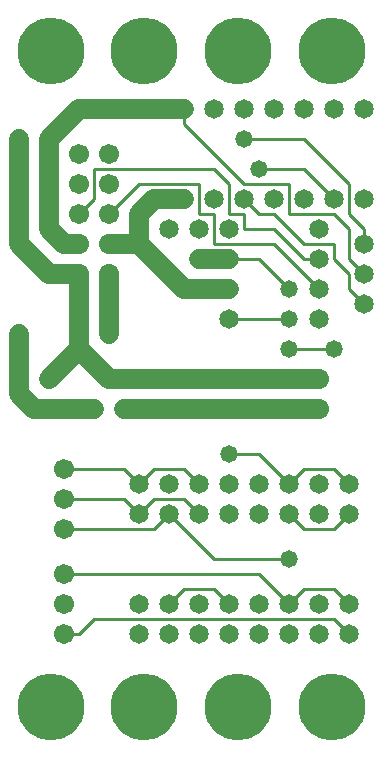
<source format=gbl>
%MOIN*%
%FSLAX25Y25*%
G04 D10 used for Character Trace; *
G04     Circle (OD=.01000) (No hole)*
G04 D11 used for Power Trace; *
G04     Circle (OD=.06500) (No hole)*
G04 D12 used for Signal Trace; *
G04     Circle (OD=.01100) (No hole)*
G04 D13 used for Via; *
G04     Circle (OD=.05800) (Round. Hole ID=.02800)*
G04 D14 used for Component hole; *
G04     Circle (OD=.06500) (Round. Hole ID=.03500)*
G04 D15 used for Component hole; *
G04     Circle (OD=.06700) (Round. Hole ID=.04300)*
G04 D16 used for Component hole; *
G04     Circle (OD=.08100) (Round. Hole ID=.05100)*
G04 D17 used for Component hole; *
G04     Circle (OD=.08900) (Round. Hole ID=.05900)*
G04 D18 used for Component hole; *
G04     Circle (OD=.11300) (Round. Hole ID=.08300)*
G04 D19 used for Component hole; *
G04     Circle (OD=.16000) (Round. Hole ID=.13000)*
G04 D20 used for Component hole; *
G04     Circle (OD=.18300) (Round. Hole ID=.15300)*
G04 D21 used for Component hole; *
G04     Circle (OD=.22291) (Round. Hole ID=.19291)*
%ADD10C,.01000*%
%ADD11C,.06500*%
%ADD12C,.01100*%
%ADD13C,.05800*%
%ADD14C,.06500*%
%ADD15C,.06700*%
%ADD16C,.08100*%
%ADD17C,.08900*%
%ADD18C,.11300*%
%ADD19C,.16000*%
%ADD20C,.18300*%
%ADD21C,.22291*%
%IPPOS*%
%LPD*%
G90*X0Y0D02*D21*X15625Y15625D03*D12*              
X20000Y40000D02*X25000D01*D15*X20000D03*D12*      
X25000D02*X30000Y45000D01*X110000D01*             
X115000Y40000D01*D14*D03*X105000Y50000D03*        
X115000D03*D12*X110000Y55000D01*X100000D01*       
X95000Y50000D01*D14*D03*D12*X85000Y60000D01*      
X20000D01*D15*D03*Y50000D03*Y75000D03*D12*        
X50000D01*X55000Y80000D01*D14*D03*D12*            
X70000Y65000D01*X95000D01*D13*D03*D12*            
X100000Y75000D02*X110000D01*X115000Y80000D01*D14* 
D03*X105000Y90000D03*X115000D03*D12*              
X110000Y95000D01*X100000D01*X95000Y90000D01*D14*  
D03*D12*X85000Y100000D01*X75000D01*D13*D03*D14*   
X85000Y90000D03*X65000D03*D12*X60000Y95000D01*    
X50000D01*X45000Y90000D01*D14*D03*D12*            
X40000Y95000D01*X20000D01*D15*D03*Y85000D03*D12*  
X40000D01*X45000Y80000D01*D14*D03*D12*            
X50000Y85000D01*X60000D01*X65000Y80000D01*D14*D03*
X75000Y90000D03*X55000D03*X75000Y80000D03*        
X85000D03*D12*X55000Y50000D02*X60000Y55000D01*D14*
X55000Y50000D03*D12*X60000Y55000D02*X70000D01*    
X75000Y50000D01*D14*D03*X85000Y40000D03*X65000D03*
X85000Y50000D03*X65000D03*X75000Y40000D03*        
X95000D03*X55000D03*D12*X100000Y75000D02*         
X95000Y80000D01*D14*D03*X105000D03*D15*Y115000D03*
D11*X65000D01*D15*D03*D11*X40000D01*D14*D03*      
X30000D03*D11*X15000D01*D14*D03*D11*X10000D01*    
X5000Y120000D01*Y140000D01*D13*D03*D14*           
X15000Y125000D03*D11*X25000Y135000D01*            
X35000Y125000D01*D14*D03*D11*X65000D01*D15*D03*   
D11*X105000D01*D15*D03*D13*X95000Y135000D03*D12*  
X110000D01*D13*D03*D14*X105000Y145000D03*         
X120000Y150000D03*D12*X115000Y155000D01*          
Y160000D01*X110000Y165000D01*Y170000D01*          
X100000D01*X90000Y180000D01*X85000D01*            
X80000Y185000D01*D14*D03*D12*X75000Y180000D02*    
Y190000D01*Y180000D02*X80000D01*Y175000D01*       
X90000D01*X100000Y165000D01*X105000D01*D14*D03*   
D12*X115000D02*Y175000D01*X120000Y160000D02*      
X115000Y165000D01*D14*X120000Y160000D03*          
Y170000D03*D12*Y175000D01*X115000Y180000D01*      
Y190000D01*X100000Y205000D01*X80000D01*D13*D03*   
D14*X90000Y215000D03*X70000D03*D12*               
X75000Y190000D02*X70000Y195000D01*X30000D01*      
Y185000D01*X25000Y180000D01*D15*D03*              
X35000Y170000D03*D11*X45000D01*X60000Y155000D01*  
X65000D01*D14*D03*D11*X75000D01*D14*D03*D12*      
X95000D02*X85000Y165000D01*D13*X95000Y155000D03*  
D12*X75000Y165000D02*X85000D01*D14*X75000D03*D11* 
X65000D01*D14*D03*D12*X70000Y170000D02*X90000D01* 
X105000Y155000D01*D14*D03*D13*X95000Y145000D03*   
D12*X75000D01*D14*D03*D12*X70000Y170000D02*       
Y180000D01*X65000D01*Y190000D01*X45000D01*        
X35000Y180000D01*D15*D03*D11*X45000Y170000D02*    
Y180000D01*X50000Y185000D01*X60000D01*D14*D03*    
X55000Y175000D03*X70000Y185000D03*                
X65000Y175000D03*X75000D03*D12*X80000Y190000D02*  
X95000D01*Y180000D01*X110000D01*X115000Y175000D01*
D14*X120000Y185000D03*X105000Y175000D03*          
X110000Y185000D03*D12*X100000Y195000D01*X85000D01*
D13*D03*D12*X80000Y190000D02*X60000Y210000D01*    
Y215000D01*D14*D03*D11*X25000D01*X15000Y205000D01*
Y175000D01*X20000Y170000D01*X25000D01*D15*D03*    
X35000Y160000D03*D11*Y140000D01*D13*D03*D11*      
X25000Y135000D02*Y160000D01*D15*D03*D11*X15000D01*
X5000Y170000D01*Y205000D01*D13*D03*D15*           
X25000Y190000D03*Y200000D03*X35000Y190000D03*D21* 
X15625Y234375D03*D15*X35000Y200000D03*D21*        
X46875Y234375D03*D14*X80000Y215000D03*D21*        
X78125Y234375D03*D14*X90000Y185000D03*X100000D03* 
Y215000D03*X110000D03*D21*X109375Y234375D03*D14*  
X120000Y215000D03*X45000Y50000D03*Y40000D03*      
X105000D03*D21*X46875Y15625D03*X78125D03*         
X109375D03*M02*                                   

</source>
